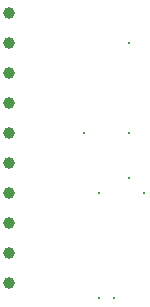
<source format=gbr>
%TF.GenerationSoftware,KiCad,Pcbnew,8.0.8*%
%TF.CreationDate,2025-01-25T22:43:29+07:00*%
%TF.ProjectId,Pton1,50746f6e-312e-46b6-9963-61645f706362,rev?*%
%TF.SameCoordinates,Original*%
%TF.FileFunction,Plated,1,2,PTH,Drill*%
%TF.FilePolarity,Positive*%
%FSLAX46Y46*%
G04 Gerber Fmt 4.6, Leading zero omitted, Abs format (unit mm)*
G04 Created by KiCad (PCBNEW 8.0.8) date 2025-01-25 22:43:29*
%MOMM*%
%LPD*%
G01*
G04 APERTURE LIST*
%TA.AperFunction,ViaDrill*%
%ADD10C,0.300000*%
%TD*%
%TA.AperFunction,ComponentDrill*%
%ADD11C,1.000000*%
%TD*%
G04 APERTURE END LIST*
D10*
X96520000Y-54610000D03*
X97790000Y-59690000D03*
X97790000Y-68580000D03*
X99060000Y-68580000D03*
X100330000Y-46990000D03*
X100330000Y-54610000D03*
X100330000Y-58420000D03*
X101600000Y-59690000D03*
D11*
%TO.C,J2*%
X90170000Y-44450000D03*
X90170000Y-46990000D03*
X90170000Y-49530000D03*
X90170000Y-52070000D03*
X90170000Y-54610000D03*
X90170000Y-57150000D03*
X90170000Y-59690000D03*
X90170000Y-62230000D03*
X90170000Y-64770000D03*
X90170000Y-67310000D03*
M02*

</source>
